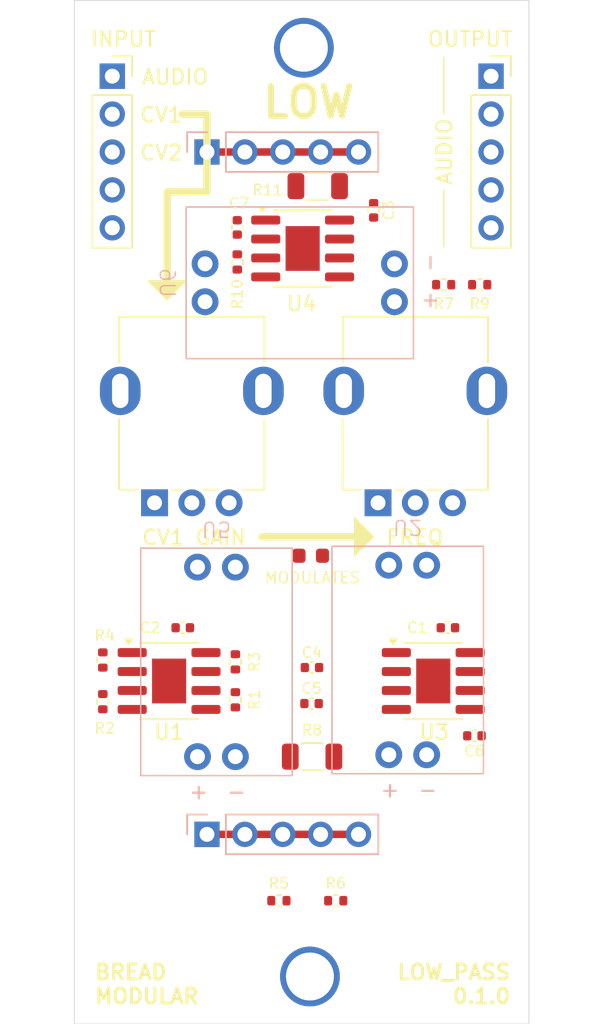
<source format=kicad_pcb>
(kicad_pcb (version 20240108) (generator "pcbnew") (generator_version "8.0")
  (layers (0 "F.Cu" signal) (31 "B.Cu" signal) (34 "B.Paste" user) (35 "F.Paste" user) (36 "B.SilkS" user "B.Silkscreen") (37 "F.SilkS" user "F.Silkscreen") (38 "B.Mask" user) (39 "F.Mask" user) (44 "Edge.Cuts" user))
  (net 0 "")
  (net 1 "GND")
  (net 2 "+5V")
  (net 3 "Net-(C4-Pad1)")
  (net 5 "Net-(U3B--)")
  (net 6 "Net-(U3B-+)")
  (net 8 "+2.5V")
  (net 9 "Net-(U4A-+)")
  (net 10 "Net-(D1-K)")
  (net 11 "Net-(D1-A)")
  (net 12 "CUTOFF_CV_IN")
  (net 13 "AUDIO_IN")
  (net 14 "MOD_CV_IN")
  (net 15 "AUDIO_OUT")
  (net 16 "Net-(R1-Pad1)")
  (net 17 "Net-(U1B--)")
  (net 18 "Net-(U1A--)")
  (net 19 "Net-(R2-Pad1)")
  (net 20 "PROCESSED_MOD_CV")
  (net 21 "Net-(U4B--)")
  (net 22 "Net-(U2-+)")
  (net 23 "Net-(U5-+)")
  (net 24 "Net-(R8-Pad1)")
  (net 27 "Net-(U3A--)")
  (footprint "Resistor_SMD:R_0402_1005Metric" (layer "F.Cu") (at 48.895 87.63 90)
    (property "Reference" "R2" (at -1.778 0.127 180) (layer "F.SilkS") (effects (font (size 0.7 0.7) (thickness 0.1))))
    (property "Value" "100k")
    (fp_line (start -0.153641 -0.38) (end 0.153641 -0.38) (stroke (width 0.12)) (layer "F.SilkS"))
    (fp_line (start -0.153641 0.38) (end 0.153641 0.38) (stroke (width 0.12)) (layer "F.SilkS"))
    (pad "1" smd roundrect (at -0.51 0 90) (size 0.54 0.64) (layers "F.Cu" "F.Paste" "F.Mask") (net 19 "Net-(R2-Pad1)"))
    (pad "2" smd roundrect (at 0.51 0 90) (size 0.54 0.64) (layers "F.Cu" "F.Paste" "F.Mask") (net 18 "Net-(U1A--)"))
  )
  (footprint "Package_SO:SOIC-8-1EP_3.9x4.9mm_P1.27mm_EP2.29x3mm" (layer "F.Cu") (at 62.295 57.265)
    (property "Reference" "U4" (at -0.065 3.695 0) (layer "F.SilkS"))
    (property "Value" "MCP6002-xSN")
    (fp_line (start 0 -2.56) (end -1.95 -2.56) (stroke (width 0.12)) (layer "F.SilkS"))
    (fp_line (start 0 -2.56) (end 1.95 -2.56) (stroke (width 0.12)) (layer "F.SilkS"))
    (fp_line (start 0 2.56) (end -1.95 2.56) (stroke (width 0.12)) (layer "F.SilkS"))
    (fp_line (start 0 2.56) (end 1.95 2.56) (stroke (width 0.12)) (layer "F.SilkS"))
    (fp_poly (pts (xy -2.7 -2.465) (xy -2.94 -2.795) (xy -2.46 -2.795) (xy -2.7 -2.465)) (stroke (width 0.12)) (fill solid) (layer "F.SilkS"))
    (pad "1" smd roundrect (at -2.475 -1.905) (size 1.95 0.6) (layers "F.Cu" "F.Paste" "F.Mask") (net 11 "Net-(D1-A)"))
    (pad "2" smd roundrect (at -2.475 -0.635) (size 1.95 0.6) (layers "F.Cu" "F.Paste" "F.Mask") (net 11 "Net-(D1-A)"))
    (pad "3" smd roundrect (at -2.475 0.635) (size 1.95 0.6) (layers "F.Cu" "F.Paste" "F.Mask") (net 9 "Net-(U4A-+)"))
    (pad "4" smd roundrect (at -2.475 1.905) (size 1.95 0.6) (layers "F.Cu" "F.Paste" "F.Mask") (net 1 "GND"))
    (pad "5" smd roundrect (at 2.475 1.905) (size 1.95 0.6) (layers "F.Cu" "F.Paste" "F.Mask") (net 12 "CUTOFF_CV_IN"))
    (pad "6" smd roundrect (at 2.475 0.635) (size 1.95 0.6) (layers "F.Cu" "F.Paste" "F.Mask") (net 21 "Net-(U4B--)"))
    (pad "7" smd roundrect (at 2.475 -0.635) (size 1.95 0.6) (layers "F.Cu" "F.Paste" "F.Mask") (net 21 "Net-(U4B--)"))
    (pad "8" smd roundrect (at 2.475 -1.905) (size 1.95 0.6) (layers "F.Cu" "F.Paste" "F.Mask") (net 2 "+5V"))
    (pad "9" smd rect (at 0 0) (size 2.29 3) (property pad_prop_heatsink) (layers "F.Cu" "F.Mask"))
  )
  (footprint "Resistor_SMD:R_0402_1005Metric" (layer "F.Cu") (at 57.912 58.168 90)
    (property "Reference" "R10" (at -2.157 0 -90) (layer "F.SilkS") (effects (font (size 0.7 0.7) (thickness 0.1))))
    (property "Value" "100k")
    (fp_line (start -0.153641 -0.38) (end 0.153641 -0.38) (stroke (width 0.12)) (layer "F.SilkS"))
    (fp_line (start -0.153641 0.38) (end 0.153641 0.38) (stroke (width 0.12)) (layer "F.SilkS"))
    (pad "1" smd roundrect (at -0.51 0 90) (size 0.54 0.64) (layers "F.Cu" "F.Paste" "F.Mask") (net 20 "PROCESSED_MOD_CV"))
    (pad "2" smd roundrect (at 0.51 0 90) (size 0.54 0.64) (layers "F.Cu" "F.Paste" "F.Mask") (net 9 "Net-(U4A-+)"))
  )
  (footprint "Connector_PinSocket_2.54mm:PinSocket_1x05_P2.54mm_Vertical" (layer "F.Cu") (at 74.93 45.72)
    (property "Reference" "OUTPUT1")
    (property "Value" "Conn_01x05_Socket")
    (fp_line (start -1.33 1.27) (end -1.33 11.49) (stroke (width 0.12)) (layer "F.SilkS"))
    (fp_line (start -1.33 1.27) (end 1.33 1.27) (stroke (width 0.12)) (layer "F.SilkS"))
    (fp_line (start -1.33 11.49) (end 1.33 11.49) (stroke (width 0.12)) (layer "F.SilkS"))
    (fp_line (start 0 -1.33) (end 1.33 -1.33) (stroke (width 0.12)) (layer "F.SilkS"))
    (fp_line (start 1.33 -1.33) (end 1.33 0) (stroke (width 0.12)) (layer "F.SilkS"))
    (fp_line (start 1.33 1.27) (end 1.33 11.49) (stroke (width 0.12)) (layer "F.SilkS"))
    (pad "1" thru_hole rect (at 0 0) (size 1.7 1.7) (drill 1) (layers "*.Cu" "*.Mask") (net 15 "AUDIO_OUT"))
    (pad "2" thru_hole oval (at 0 2.54) (size 1.7 1.7) (drill 1) (layers "*.Cu" "*.Mask") (net 15 "AUDIO_OUT"))
    (pad "3" thru_hole oval (at 0 5.08) (size 1.7 1.7) (drill 1) (layers "*.Cu" "*.Mask") (net 15 "AUDIO_OUT"))
    (pad "4" thru_hole oval (at 0 7.62) (size 1.7 1.7) (drill 1) (layers "*.Cu" "*.Mask") (net 15 "AUDIO_OUT"))
    (pad "5" thru_hole oval (at 0 10.16) (size 1.7 1.7) (drill 1) (layers "*.Cu" "*.Mask") (net 15 "AUDIO_OUT"))
  )
  (footprint "Resistor_SMD:R_0402_1005Metric" (layer "F.Cu") (at 60.704 100.965)
    (property "Reference" "R5" (at 0 -1.17 0) (layer "F.SilkS") (effects (font (size 0.7 0.7) (thickness 0.1))))
    (property "Value" "1k")
    (fp_line (start -0.153641 -0.38) (end 0.153641 -0.38) (stroke (width 0.12)) (layer "F.SilkS"))
    (fp_line (start -0.153641 0.38) (end 0.153641 0.38) (stroke (width 0.12)) (layer "F.SilkS"))
    (pad "1" smd roundrect (at -0.51 0) (size 0.54 0.64) (layers "F.Cu" "F.Paste" "F.Mask") (net 2 "+5V"))
    (pad "2" smd roundrect (at 0.51 0) (size 0.54 0.64) (layers "F.Cu" "F.Paste" "F.Mask") (net 8 "+2.5V"))
  )
  (footprint "Capacitor_SMD:C_0402_1005Metric" (layer "F.Cu") (at 62.893 87.757)
    (property "Reference" "C5" (at 0 -1.016 0) (layer "F.SilkS") (effects (font (size 0.7 0.7) (thickness 0.1))))
    (property "Value" "1nf")
    (fp_line (start -0.107836 -0.36) (end 0.107836 -0.36) (stroke (width 0.12)) (layer "F.SilkS"))
    (fp_line (start -0.107836 0.36) (end 0.107836 0.36) (stroke (width 0.12)) (layer "F.SilkS"))
    (pad "1" smd roundrect (at -0.48 0) (size 0.56 0.62) (layers "F.Cu" "F.Paste" "F.Mask") (net 3 "Net-(C4-Pad1)"))
    (pad "2" smd roundrect (at 0.48 0) (size 0.56 0.62) (layers "F.Cu" "F.Paste" "F.Mask") (net 5 "Net-(U3B--)"))
  )
  (footprint "Capacitor_SMD:C_0402_1005Metric" (layer "F.Cu") (at 72.037 82.677 180)
    (property "Reference" "C1" (at 2.06 0 0) (layer "F.SilkS") (effects (font (size 0.7 0.7) (thickness 0.1))))
    (property "Value" "0.1uf")
    (fp_line (start -0.107836 0.36) (end 0.107836 0.36) (stroke (width 0.12)) (layer "F.SilkS"))
    (fp_line (start -0.107836 -0.36) (end 0.107836 -0.36) (stroke (width 0.12)) (layer "F.SilkS"))
    (pad "1" smd roundrect (at -0.48 0 180) (size 0.56 0.62) (layers "F.Cu" "F.Paste" "F.Mask") (net 2 "+5V"))
    (pad "2" smd roundrect (at 0.48 0 180) (size 0.56 0.62) (layers "F.Cu" "F.Paste" "F.Mask") (net 1 "GND"))
  )
  (footprint "Resistor_SMD:R_0402_1005Metric" (layer "F.Cu") (at 57.785 87.503 90)
    (property "Reference" "R1" (at 0.002 1.27 90) (layer "F.SilkS") (effects (font (size 0.7 0.7) (thickness 0.1))))
    (property "Value" "100k")
    (fp_line (start -0.153641 -0.38) (end 0.153641 -0.38) (stroke (width 0.12)) (layer "F.SilkS"))
    (fp_line (start -0.153641 0.38) (end 0.153641 0.38) (stroke (width 0.12)) (layer "F.SilkS"))
    (pad "1" smd roundrect (at -0.51 0 90) (size 0.54 0.64) (layers "F.Cu" "F.Paste" "F.Mask") (net 16 "Net-(R1-Pad1)"))
    (pad "2" smd roundrect (at 0.51 0 90) (size 0.54 0.64) (layers "F.Cu" "F.Paste" "F.Mask") (net 17 "Net-(U1B--)"))
  )
  (footprint "Resistor_SMD:R_1206_3216Metric" (layer "F.Cu") (at 63.3075 53.086)
    (property "Reference" "R11" (at -3.3635 0.254 0) (layer "F.SilkS") (effects (font (size 0.7 0.7) (thickness 0.1))))
    (property "Value" "330")
    (fp_line (start -0.727064 -0.91) (end 0.727064 -0.91) (stroke (width 0.12)) (layer "F.SilkS"))
    (fp_line (start -0.727064 0.91) (end 0.727064 0.91) (stroke (width 0.12)) (layer "F.SilkS"))
    (pad "1" smd roundrect (at -1.4625 0) (size 1.125 1.75) (layers "F.Cu" "F.Paste" "F.Mask") (roundrect_rratio 0.222222) (net 10 "Net-(D1-K)"))
    (pad "2" smd roundrect (at 1.4625 0) (size 1.125 1.75) (layers "F.Cu" "F.Paste" "F.Mask") (roundrect_rratio 0.222222) (net 1 "GND"))
  )
  (footprint "Connector_PinSocket_2.54mm:PinSocket_1x05_P2.54mm_Vertical" (layer "F.Cu") (at 49.53 45.72)
    (property "Reference" "INPUT1")
    (property "Value" "Conn_01x05_Socket")
    (fp_line (start -1.33 1.27) (end -1.33 11.49) (stroke (width 0.12)) (layer "F.SilkS"))
    (fp_line (start -1.33 1.27) (end 1.33 1.27) (stroke (width 0.12)) (layer "F.SilkS"))
    (fp_line (start -1.33 11.49) (end 1.33 11.49) (stroke (width 0.12)) (layer "F.SilkS"))
    (fp_line (start 0 -1.33) (end 1.33 -1.33) (stroke (width 0.12)) (layer "F.SilkS"))
    (fp_line (start 1.33 -1.33) (end 1.33 0) (stroke (width 0.12)) (layer "F.SilkS"))
    (fp_line (start 1.33 1.27) (end 1.33 11.49) (stroke (width 0.12)) (layer "F.SilkS"))
    (pad "1" thru_hole rect (at 0 0) (size 1.7 1.7) (drill 1) (layers "*.Cu" "*.Mask") (net 13 "AUDIO_IN"))
    (pad "2" thru_hole oval (at 0 2.54) (size 1.7 1.7) (drill 1) (layers "*.Cu" "*.Mask") (net 14 "MOD_CV_IN"))
    (pad "3" thru_hole oval (at 0 5.08) (size 1.7 1.7) (drill 1) (layers "*.Cu" "*.Mask") (net 12 "CUTOFF_CV_IN"))
    (pad "4" thru_hole oval (at 0 7.62) (size 1.7 1.7) (drill 1) (layers "*.Cu" "*.Mask"))
    (pad "5" thru_hole oval (at 0 10.16) (size 1.7 1.7) (drill 1) (layers "*.Cu" "*.Mask"))
  )
  (footprint "Resistor_SMD:R_0402_1005Metric" (layer "F.Cu") (at 64.514 100.965)
    (property "Reference" "R6" (at 0 -1.17 0) (layer "F.SilkS") (effects (font (size 0.7 0.7) (thickness 0.1))))
    (property "Value" "1k")
    (fp_line (start -0.153641 -0.38) (end 0.153641 -0.38) (stroke (width 0.12)) (layer "F.SilkS"))
    (fp_line (start -0.153641 0.38) (end 0.153641 0.38) (stroke (width 0.12)) (layer "F.SilkS"))
    (pad "1" smd roundrect (at -0.51 0) (size 0.54 0.64) (layers "F.Cu" "F.Paste" "F.Mask") (net 8 "+2.5V"))
    (pad "2" smd roundrect (at 0.51 0) (size 0.54 0.64) (layers "F.Cu" "F.Paste" "F.Mask") (net 1 "GND"))
  )
  (footprint "BreadModular_Pots:Potentiometer_RV09" (layer "F.Cu") (at 67.35 74.305 90)
    (property "Reference" "RV2")
    (property "Value" "1M")
    (fp_line (start 0.88 -2.38) (end 5.6 -2.38) (stroke (width 0.12)) (layer "F.SilkS"))
    (fp_line (start 9.41 -2.37) (end 12.47 -2.37) (stroke (width 0.12)) (layer "F.SilkS"))
    (fp_line (start 0.88 -1.19) (end 0.88 -2.37) (stroke (width 0.12)) (layer "F.SilkS"))
    (fp_line (start 0.88 1.71) (end 0.88 1.18) (stroke (width 0.12)) (layer "F.SilkS"))
    (fp_line (start 0.88 4.16) (end 0.88 3.33) (stroke (width 0.12)) (layer "F.SilkS"))
    (fp_line (start 12.47 7.37) (end 12.47 -2.37) (stroke (width 0.12)) (layer "F.SilkS"))
    (fp_line (start 9.41 7.37) (end 12.47 7.37) (stroke (width 0.12)) (layer "F.SilkS"))
    (fp_line (start 0.88 7.37) (end 0.88 5.88) (stroke (width 0.12)) (layer "F.SilkS"))
    (fp_line (start 0.88 7.37) (end 5.6 7.37) (stroke (width 0.12)) (layer "F.SilkS"))
    (pad "" thru_hole oval (at 7.5 -2.3 180) (size 2.72 3.24) (drill oval 1.1 2.3) (layers "*.Cu" "*.Mask"))
    (pad "" thru_hole oval (at 7.5 7.3 180) (size 2.72 3.24) (drill oval 1.1 2.3) (layers "*.Cu" "*.Mask"))
    (pad "1" thru_hole rect (at 0 0 180) (size 1.8 1.8) (drill 1) (layers "*.Cu" "*.Mask"))
    (pad "2" thru_hole circle (at 0 2.5 180) (size 1.8 1.8) (drill 1) (layers "*.Cu" "*.Mask") (net 20 "PROCESSED_MOD_CV"))
    (pad "3" thru_hole circle (at 0 5 180) (size 1.8 1.8) (drill 1) (layers "*.Cu" "*.Mask") (net 24 "Net-(R8-Pad1)"))
  )
  (footprint "Resistor_SMD:R_0402_1005Metric" (layer "F.Cu") (at 74.168 59.69)
    (property "Reference" "R9" (at 0.002 1.27 0) (layer "F.SilkS") (effects (font (size 0.7 0.7) (thickness 0.1))))
    (property "Value" "1k")
    (fp_line (start -0.153641 -0.38) (end 0.153641 -0.38) (stroke (width 0.12)) (layer "F.SilkS"))
    (fp_line (start -0.153641 0.38) (end 0.153641 0.38) (stroke (width 0.12)) (layer "F.SilkS"))
    (pad "1" smd roundrect (at -0.51 0) (size 0.54 0.64) (layers "F.Cu" "F.Paste" "F.Mask") (net 5 "Net-(U3B--)"))
    (pad "2" smd roundrect (at 0.51 0) (size 0.54 0.64) (layers "F.Cu" "F.Paste" "F.Mask") (net 15 "AUDIO_OUT"))
  )
  (footprint "Package_SO:SOIC-8-1EP_3.9x4.9mm_P1.27mm_EP2.29x3mm" (layer "F.Cu") (at 71.055 86.245)
    (property "Reference" "U3" (at 0.065 3.417 0) (layer "F.SilkS"))
    (property "Value" "MCP6002-xSN")
    (fp_line (start 0 -2.56) (end -1.95 -2.56) (stroke (width 0.12)) (layer "F.SilkS"))
    (fp_line (start 0 -2.56) (end 1.95 -2.56) (stroke (width 0.12)) (layer "F.SilkS"))
    (fp_line (start 0 2.56) (end -1.95 2.56) (stroke (width 0.12)) (layer "F.SilkS"))
    (fp_line (start 0 2.56) (end 1.95 2.56) (stroke (width 0.12)) (layer "F.SilkS"))
    (fp_poly (pts (xy -2.7 -2.465) (xy -2.94 -2.795) (xy -2.46 -2.795) (xy -2.7 -2.465)) (stroke (width 0.12)) (fill solid) (layer "F.SilkS"))
    (pad "1" smd roundrect (at -2.475 -1.905) (size 1.95 0.6) (layers "F.Cu" "F.Paste" "F.Mask") (net 27 "Net-(U3A--)"))
    (pad "2" smd roundrect (at -2.475 -0.635) (size 1.95 0.6) (layers "F.Cu" "F.Paste" "F.Mask") (net 27 "Net-(U3A--)"))
    (pad "3" smd roundrect (at -2.475 0.635) (size 1.95 0.6) (layers "F.Cu" "F.Paste" "F.Mask") (net 13 "AUDIO_IN"))
    (pad "4" smd roundrect (at -2.475 1.905) (size 1.95 0.6) (layers "F.Cu" "F.Paste" "F.Mask") (net 1 "GND"))
    (pad "5" smd roundrect (at 2.475 1.905) (size 1.95 0.6) (layers "F.Cu" "F.Paste" "F.Mask") (net 6 "Net-(U3B-+)"))
    (pad "6" smd roundrect (at 2.475 0.635) (size 1.95 0.6) (layers "F.Cu" "F.Paste" "F.Mask") (net 5 "Net-(U3B--)"))
    (pad "7" smd roundrect (at 2.475 -0.635) (size 1.95 0.6) (layers "F.Cu" "F.Paste" "F.Mask") (net 5 "Net-(U3B--)"))
    (pad "8" smd roundrect (at 2.475 -1.905) (size 1.95 0.6) (layers "F.Cu" "F.Paste" "F.Mask") (net 2 "+5V"))
    (pad "9" smd rect (at 0 0) (size 2.29 3) (property pad_prop_heatsink) (layers "F.Cu" "F.Mask"))
  )
  (footprint "Resistor_SMD:R_0402_1005Metric" (layer "F.Cu") (at 71.753 59.69)
    (property "Reference" "R7" (at 0 1.27 0) (layer "F.SilkS") (effects (font (size 0.7 0.7) (thickness 0.1))))
    (property "Value" "100k")
    (fp_line (start -0.153641 -0.38) (end 0.153641 -0.38) (stroke (width 0.12)) (layer "F.SilkS"))
    (fp_line (start -0.153641 0.38) (end 0.153641 0.38) (stroke (width 0.12)) (layer "F.SilkS"))
    (pad "1" smd roundrect (at -0.51 0) (size 0.54 0.64) (layers "F.Cu" "F.Paste" "F.Mask") (net 21 "Net-(U4B--)"))
    (pad "2" smd roundrect (at 0.51 0) (size 0.54 0.64) (layers "F.Cu" "F.Paste" "F.Mask") (net 22 "Net-(U2-+)"))
  )
  (footprint "Capacitor_SMD:C_0402_1005Metric" (layer "F.Cu") (at 54.257 82.677 180)
    (property "Reference" "C2" (at 2.187 0 0) (layer "F.SilkS") (effects (font (size 0.7 0.7) (thickness 0.1))))
    (property "Value" "0.1uf")
    (fp_line (start -0.107836 0.36) (end 0.107836 0.36) (stroke (width 0.12)) (layer "F.SilkS"))
    (fp_line (start -0.107836 -0.36) (end 0.107836 -0.36) (stroke (width 0.12)) (layer "F.SilkS"))
    (pad "1" smd roundrect (at -0.48 0 180) (size 0.56 0.62) (layers "F.Cu" "F.Paste" "F.Mask") (net 2 "+5V"))
    (pad "2" smd roundrect (at 0.48 0 180) (size 0.56 0.62) (layers "F.Cu" "F.Paste" "F.Mask") (net 1 "GND"))
  )
  (footprint "Resistor_SMD:R_1206_3216Metric" (layer "F.Cu") (at 62.9265 91.313 180)
    (property "Reference" "R8" (at 0 1.778 0) (layer "F.SilkS") (effects (font (size 0.7 0.7) (thickness 0.1))))
    (property "Value" "330")
    (fp_line (start -0.727064 0.91) (end 0.727064 0.91) (stroke (width 0.12)) (layer "F.SilkS"))
    (fp_line (start -0.727064 -0.91) (end 0.727064 -0.91) (stroke (width 0.12)) (layer "F.SilkS"))
    (pad "1" smd roundrect (at -1.4625 0 180) (size 1.125 1.75) (layers "F.Cu" "F.Paste" "F.Mask") (roundrect_rratio 0.222222) (net 24 "Net-(R8-Pad1)"))
    (pad "2" smd roundrect (at 1.4625 0 180) (size 1.125 1.75) (layers "F.Cu" "F.Paste" "F.Mask") (roundrect_rratio 0.222222) (net 23 "Net-(U5-+)"))
  )
  (footprint "LED_SMD:LED_0603_1608Metric" (layer "F.Cu") (at 62.8395 77.851)
    (property "Reference" "D1")
    (property "Value" "LED")
    (pad "1" smd roundrect (at -0.7875 0) (size 0.875 0.95) (layers "F.Cu" "F.Paste" "F.Mask") (net 10 "Net-(D1-K)"))
    (pad "2" smd roundrect (at 0.7875 0) (size 0.875 0.95) (layers "F.Cu" "F.Paste" "F.Mask") (net 11 "Net-(D1-A)"))
  )
  (footprint "Package_SO:SOIC-8-1EP_3.9x4.9mm_P1.27mm_EP2.29x3mm" (layer "F.Cu") (at 53.34 86.245)
    (property "Reference" "U1" (at 0 3.417 0) (layer "F.SilkS"))
    (property "Value" "MCP6002-xSN")
    (fp_line (start 0 -2.56) (end -1.95 -2.56) (stroke (width 0.12)) (layer "F.SilkS"))
    (fp_line (start 0 -2.56) (end 1.95 -2.56) (stroke (width 0.12)) (layer "F.SilkS"))
    (fp_line (start 0 2.56) (end -1.95 2.56) (stroke (width 0.12)) (layer "F.SilkS"))
    (fp_line (start 0 2.56) (end 1.95 2.56) (stroke (width 0.12)) (layer "F.SilkS"))
    (fp_poly (pts (xy -2.7 -2.465) (xy -2.94 -2.795) (xy -2.46 -2.795) (xy -2.7 -2.465)) (stroke (width 0.12)) (fill solid) (layer "F.SilkS"))
    (pad "1" smd roundrect (at -2.475 -1.905) (size 1.95 0.6) (layers "F.Cu" "F.Paste" "F.Mask") (net 16 "Net-(R1-Pad1)"))
    (pad "2" smd roundrect (at -2.475 -0.635) (size 1.95 0.6) (layers "F.Cu" "F.Paste" "F.Mask") (net 18 "Net-(U1A--)"))
    (pad "3" smd roundrect (at -2.475 0.635) (size 1.95 0.6) (layers "F.Cu" "F.Paste" "F.Mask") (net 8 "+2.5V"))
    (pad "4" smd roundrect (at -2.475 1.905) (size 1.95 0.6) (layers "F.Cu" "F.Paste" "F.Mask") (net 1 "GND"))
    (pad "5" smd roundrect (at 2.475 1.905) (size 1.95 0.6) (layers "F.Cu" "F.Paste" "F.Mask") (net 8 "+2.5V"))
    (pad "6" smd roundrect (at 2.475 0.635) (size 1.95 0.6) (layers "F.Cu" "F.Paste" "F.Mask") (net 17 "Net-(U1B--)"))
    (pad "7" smd roundrect (at 2.475 -0.635) (size 1.95 0.6) (layers "F.Cu" "F.Paste" "F.Mask") (net 20 "PROCESSED_MOD_CV"))
    (pad "8" smd roundrect (at 2.475 -1.905) (size 1.95 0.6) (layers "F.Cu" "F.Paste" "F.Mask") (net 2 "+5V"))
    (pad "9" smd rect (at 0 0) (size 2.29 3) (property pad_prop_heatsink) (layers "F.Cu" "F.Mask"))
  )
  (footprint "Capacitor_SMD:C_0402_1005Metric" (layer "F.Cu") (at 67.056 54.709 -90)
    (property "Reference" "C3" (at 0 -1.016 90) (layer "F.SilkS") (effects (font (size 0.7 0.7) (thickness 0.1))))
    (property "Value" "0.1uf")
    (fp_line (start -0.107836 0.36) (end 0.107836 0.36) (stroke (width 0.12)) (layer "F.SilkS"))
    (fp_line (start -0.107836 -0.36) (end 0.107836 -0.36) (stroke (width 0.12)) (layer "F.SilkS"))
    (pad "1" smd roundrect (at -0.48 0 270) (size 0.56 0.62) (layers "F.Cu" "F.Paste" "F.Mask") (net 2 "+5V"))
    (pad "2" smd roundrect (at 0.48 0 270) (size 0.56 0.62) (layers "F.Cu" "F.Paste" "F.Mask") (net 1 "GND"))
  )
  (footprint "Resistor_SMD:R_0402_1005Metric" (layer "F.Cu") (at 57.785 84.963 90)
    (property "Reference" "R3" (at 0.002 1.27 90) (layer "F.SilkS") (effects (font (size 0.7 0.7) (thickness 0.1))))
    (property "Value" "100k")
    (fp_line (start -0.153641 -0.38) (end 0.153641 -0.38) (stroke (width 0.12)) (layer "F.SilkS"))
    (fp_line (start -0.153641 0.38) (end 0.153641 0.38) (stroke (width 0.12)) (layer "F.SilkS"))
    (pad "1" smd roundrect (at -0.51 0 90) (size 0.54 0.64) (layers "F.Cu" "F.Paste" "F.Mask") (net 17 "Net-(U1B--)"))
    (pad "2" smd roundrect (at 0.51 0 90) (size 0.54 0.64) (layers "F.Cu" "F.Paste" "F.Mask") (net 20 "PROCESSED_MOD_CV"))
  )
  (footprint "Capacitor_SMD:C_0402_1005Metric" (layer "F.Cu") (at 73.815 89.916 180)
    (property "Reference" "C6" (at 0 -1.016 0) (layer "F.SilkS") (effects (font (size 0.7 0.7) (thickness 0.1))))
    (property "Value" "1nf")
    (fp_line (start -0.107836 0.36) (end 0.107836 0.36) (stroke (width 0.12)) (layer "F.SilkS"))
    (fp_line (start -0.107836 -0.36) (end 0.107836 -0.36) (stroke (width 0.12)) (layer "F.SilkS"))
    (pad "1" smd roundrect (at -0.48 0 180) (size 0.56 0.62) (layers "F.Cu" "F.Paste" "F.Mask") (net 6 "Net-(U3B-+)"))
    (pad "2" smd roundrect (at 0.48 0 180) (size 0.56 0.62) (layers "F.Cu" "F.Paste" "F.Mask") (net 8 "+2.5V"))
  )
  (footprint "BreadModular_Pots:Potentiometer_RV09" (layer "F.Cu") (at 52.364 74.305 90)
    (property "Reference" "RV1")
    (property "Value" "1M")
    (fp_line (start 0.88 -2.38) (end 5.6 -2.38) (stroke (width 0.12)) (layer "F.SilkS"))
    (fp_line (start 9.41 -2.37) (end 12.47 -2.37) (stroke (width 0.12)) (layer "F.SilkS"))
    (fp_line (start 0.88 -1.19) (end 0.88 -2.37) (stroke (width 0.12)) (layer "F.SilkS"))
    (fp_line (start 0.88 1.71) (end 0.88 1.18) (stroke (width 0.12)) (layer "F.SilkS"))
    (fp_line (start 0.88 4.16) (end 0.88 3.33) (stroke (width 0.12)) (layer "F.SilkS"))
    (fp_line (start 12.47 7.37) (end 12.47 -2.37) (stroke (width 0.12)) (layer "F.SilkS"))
    (fp_line (start 9.41 7.37) (end 12.47 7.37) (stroke (width 0.12)) (layer "F.SilkS"))
    (fp_line (start 0.88 7.37) (end 0.88 5.88) (stroke (width 0.12)) (layer "F.SilkS"))
    (fp_line (start 0.88 7.37) (end 5.6 7.37) (stroke (width 0.12)) (layer "F.SilkS"))
    (pad "" thru_hole oval (at 7.5 -2.3 180) (size 2.72 3.24) (drill oval 1.1 2.3) (layers "*.Cu" "*.Mask"))
    (pad "" thru_hole oval (at 7.5 7.3 180) (size 2.72 3.24) (drill oval 1.1 2.3) (layers "*.Cu" "*.Mask"))
    (pad "1" thru_hole rect (at 0 0 180) (size 1.8 1.8) (drill 1) (layers "*.Cu" "*.Mask"))
    (pad "2" thru_hole circle (at 0 2.5 180) (size 1.8 1.8) (drill 1) (layers "*.Cu" "*.Mask") (net 14 "MOD_CV_IN"))
    (pad "3" thru_hole circle (at 0 5 180) (size 1.8 1.8) (drill 1) (layers "*.Cu" "*.Mask") (net 19 "Net-(R2-Pad1)"))
  )
  (footprint "Resistor_SMD:R_0402_1005Metric" (layer "F.Cu") (at 48.895 84.838 90)
    (property "Reference" "R4" (at 1.653 0.127 180) (layer "F.SilkS") (effects (font (size 0.7 0.7) (thickness 0.1))))
    (property "Value" "200k")
    (fp_line (start -0.153641 -0.38) (end 0.153641 -0.38) (stroke (width 0.12)) (layer "F.SilkS"))
    (fp_line (start -0.153641 0.38) (end 0.153641 0.38) (stroke (width 0.12)) (layer "F.SilkS"))
    (pad "1" smd roundrect (at -0.51 0 90) (size 0.54 0.64) (layers "F.Cu" "F.Paste" "F.Mask") (net 18 "Net-(U1A--)"))
    (pad "2" smd roundrect (at 0.51 0 90) (size 0.54 0.64) (layers "F.Cu" "F.Paste" "F.Mask") (net 16 "Net-(R1-Pad1)"))
  )
  (footprint "Capacitor_SMD:C_0402_1005Metric" (layer "F.Cu") (at 62.921 85.344)
    (property "Reference" "C4" (at 0 -1.016 0) (layer "F.SilkS") (effects (font (size 0.7 0.7) (thickness 0.1))))
    (property "Value" "1nf")
    (fp_line (start -0.107836 -0.36) (end 0.107836 -0.36) (stroke (width 0.12)) (layer "F.SilkS"))
    (fp_line (start -0.107836 0.36) (end 0.107836 0.36) (stroke (width 0.12)) (layer "F.SilkS"))
    (pad "1" smd roundrect (at -0.48 0) (size 0.56 0.62) (layers "F.Cu" "F.Paste" "F.Mask") (net 3 "Net-(C4-Pad1)"))
    (pad "2" smd roundrect (at 0.48 0) (size 0.56 0.62) (layers "F.Cu" "F.Paste" "F.Mask") (net 5 "Net-(U3B--)"))
  )
  (footprint "Capacitor_SMD:C_0402_1005Metric" (layer "F.Cu") (at 57.912 55.852 90)
    (property "Reference" "C7" (at 1.623 0.127 180) (layer "F.SilkS") (effects (font (size 0.7 0.7) (thickness 0.1))))
    (property "Value" "0.1uf")
    (fp_line (start -0.107836 -0.36) (end 0.107836 -0.36) (stroke (width 0.12)) (layer "F.SilkS"))
    (fp_line (start -0.107836 0.36) (end 0.107836 0.36) (stroke (width 0.12)) (layer "F.SilkS"))
    (pad "1" smd roundrect (at -0.48 0 90) (size 0.56 0.62) (layers "F.Cu" "F.Paste" "F.Mask") (net 9 "Net-(U4A-+)"))
    (pad "2" smd roundrect (at 0.48 0 90) (size 0.56 0.62) (layers "F.Cu" "F.Paste" "F.Mask") (net 1 "GND"))
  )
  (footprint "BreadModular_MISC:VTL5C" (layer "B.Cu") (at 69.342 84.836)
    (property "Reference" "U2" (at 0 -8.89 180) (layer "B.SilkS") (effects (font (thickness 0.1)) (justify mirror)))
    (property "Value" "VTL5C")
    (fp_line (start -5.08 -7.62) (end 5.08 -7.62) (stroke (width 0.1)) (layer "B.SilkS"))
    (fp_line (start -5.08 7.62) (end -5.08 -7.62) (stroke (width 0.1)) (layer "B.SilkS"))
    (fp_line (start -2.54 7.62) (end -5.08 7.62) (stroke (width 0.1)) (layer "B.SilkS"))
    (fp_line (start 2.54 7.62) (end -2.54 7.62) (stroke (width 0.1)) (layer "B.SilkS"))
    (fp_line (start 5.08 -7.62) (end 5.08 7.62) (stroke (width 0.1)) (layer "B.SilkS"))
    (fp_line (start 5.08 7.62) (end 2.54 7.62) (stroke (width 0.1)) (layer "B.SilkS"))
    (fp_text user "-" (at 0.635 8.255 180) (layer "B.SilkS") (effects (justify left bottom mirror)))
    (fp_text user "+" (at -1.905 8.255 180) (layer "B.SilkS") (effects (justify left bottom mirror)))
    (pad "1" thru_hole circle (at 1.27 6.35) (size 1.8 1.8) (drill 1) (layers "*.Cu" "*.Mask") (net 1 "GND"))
    (pad "2" thru_hole circle (at -1.27 6.35 270) (size 1.8 1.8) (drill 1) (layers "*.Cu" "*.Mask") (net 22 "Net-(U2-+)"))
    (pad "3" thru_hole circle (at 1.27 -6.35) (size 1.8 1.8) (drill 1) (layers "*.Cu" "*.Mask") (net 24 "Net-(R8-Pad1)"))
    (pad "4" thru_hole circle (at -1.27 -6.35) (size 1.8 1.8) (drill 1) (layers "*.Cu" "*.Mask") (net 20 "PROCESSED_MOD_CV"))
  )
  (footprint "BreadModular_MISC:VTL5C" (layer "B.Cu") (at 62.103 59.563 90)
    (property "Reference" "U6" (at 0 -8.89 -90) (layer "B.SilkS") (effects (font (thickness 0.1)) (justify mirror)))
    (property "Value" "VTL5C")
    (fp_line (start 5.08 -7.62) (end 5.08 7.62) (stroke (width 0.1)) (layer "B.SilkS"))
    (fp_line (start -5.08 -7.62) (end 5.08 -7.62) (stroke (width 0.1)) (layer "B.SilkS"))
    (fp_line (start 5.08 7.62) (end 2.54 7.62) (stroke (width 0.1)) (layer "B.SilkS"))
    (fp_line (start 2.54 7.62) (end -2.54 7.62) (stroke (width 0.1)) (layer "B.SilkS"))
    (fp_line (start -2.54 7.62) (end -5.08 7.62) (stroke (width 0.1)) (layer "B.SilkS"))
    (fp_line (start -5.08 7.62) (end -5.08 -7.62) (stroke (width 0.1)) (layer "B.SilkS"))
    (fp_text user "-" (at 0.635 8.255 -90) (layer "B.SilkS") (effects (justify left bottom mirror)))
    (fp_text user "+" (at -1.905 8.255 -90) (layer "B.SilkS") (effects (justify left bottom mirror)))
    (pad "1" thru_hole circle (at 1.27 6.35 90) (size 1.8 1.8) (drill 1) (layers "*.Cu" "*.Mask") (net 1 "GND"))
    (pad "2" thru_hole circle (at -1.27 6.35) (size 1.8 1.8) (drill 1) (layers "*.Cu" "*.Mask") (net 23 "Net-(U5-+)"))
    (pad "3" thru_hole circle (at 1.27 -6.35 90) (size 1.8 1.8) (drill 1) (layers "*.Cu" "*.Mask") (net 6 "Net-(U3B-+)"))
    (pad "4" thru_hole circle (at -1.27 -6.35 90) (size 1.8 1.8) (drill 1) (layers "*.Cu" "*.Mask") (net 3 "Net-(C4-Pad1)"))
  )
  (footprint "Connector_PinHeader_2.54mm:PinHeader_1x05_P2.54mm_Vertical" (layer "B.Cu") (at 55.88 96.52 -90)
    (property "Reference" "GND1" (hide yes))
    (property "Value" "Conn_01x05_Pin")
    (fp_line (start -1.33 1.33) (end -1.33 0) (stroke (width 0.12)) (layer "B.SilkS"))
    (fp_line (start 0 1.33) (end -1.33 1.33) (stroke (width 0.12)) (layer "B.SilkS"))
    (fp_line (start 1.33 -1.27) (end -1.33 -1.27) (stroke (width 0.12)) (layer "B.SilkS"))
    (fp_line (start -1.33 -11.49) (end -1.33 -1.27) (stroke (width 0.12)) (layer "B.SilkS"))
    (fp_line (start 1.33 -11.49) (end 1.33 -1.27) (stroke (width 0.12)) (layer "B.SilkS"))
    (fp_line (start 1.33 -11.49) (end -1.33 -11.49) (stroke (width 0.12)) (layer "B.SilkS"))
    (pad "1" thru_hole rect (at 0 0 270) (size 1.7 1.7) (drill 1) (layers "*.Cu" "*.Mask") (net 1 "GND"))
    (pad "2" thru_hole oval (at 0 -2.54 270) (size 1.7 1.7) (drill 1) (layers "*.Cu" "*.Mask") (net 1 "GND"))
    (pad "3" thru_hole oval (at 0 -5.08 270) (size 1.7 1.7) (drill 1) (layers "*.Cu" "*.Mask") (net 1 "GND"))
    (pad "4" thru_hole oval (at 0 -7.62 270) (size 1.7 1.7) (drill 1) (layers "*.Cu" "*.Mask") (net 1 "GND"))
    (pad "5" thru_hole oval (at 0 -10.16 270) (size 1.7 1.7) (drill 1) (layers "*.Cu" "*.Mask") (net 1 "GND"))
  )
  (footprint "Connector_PinHeader_2.54mm:PinHeader_1x05_P2.54mm_Vertical" (layer "B.Cu") (at 55.88 50.8 -90)
    (property "Reference" "5V1" (hide yes))
    (property "Value" "Conn_01x05_Pin")
    (fp_line (start -1.33 1.33) (end -1.33 0) (stroke (width 0.12)) (layer "B.SilkS"))
    (fp_line (start 0 1.33) (end -1.33 1.33) (stroke (width 0.12)) (layer "B.SilkS"))
    (fp_line (start 1.33 -1.27) (end -1.33 -1.27) (stroke (width 0.12)) (layer "B.SilkS"))
    (fp_line (start -1.33 -11.49) (end -1.33 -1.27) (stroke (width 0.12)) (layer "B.SilkS"))
    (fp_line (start 1.33 -11.49) (end 1.33 -1.27) (stroke (width 0.12)) (layer "B.SilkS"))
    (fp_line (start 1.33 -11.49) (end -1.33 -11.49) (stroke (width 0.12)) (layer "B.SilkS"))
    (pad "1" thru_hole rect (at 0 0 270) (size 1.7 1.7) (drill 1) (layers "*.Cu" "*.Mask") (net 2 "+5V"))
    (pad "2" thru_hole oval (at 0 -2.54 270) (size 1.7 1.7) (drill 1) (layers "*.Cu" "*.Mask") (net 2 "+5V"))
    (pad "3" thru_hole oval (at 0 -5.08 270) (size 1.7 1.7) (drill 1) (layers "*.Cu" "*.Mask") (net 2 "+5V"))
    (pad "4" thru_hole oval (at 0 -7.62 270) (size 1.7 1.7) (drill 1) (layers "*.Cu" "*.Mask") (net 2 "+5V"))
    (pad "5" thru_hole oval (at 0 -10.16 270) (size 1.7 1.7) (drill 1) (layers "*.Cu" "*.Mask") (net 2 "+5V"))
  )
  (footprint "BreadModular_MISC:VTL5C" (layer "B.Cu") (at 56.515 84.963)
    (property "Reference" "U5" (at 0 -8.89 180) (layer "B.SilkS") (effects (font (thickness 0.1)) (justify mirror)))
    (property "Value" "VTL5C")
    (fp_line (start -5.08 -7.62) (end 5.08 -7.62) (stroke (width 0.1)) (layer "B.SilkS"))
    (fp_line (start -5.08 7.62) (end -5.08 -7.62) (stroke (width 0.1)) (layer "B.SilkS"))
    (fp_line (start -2.54 7.62) (end -5.08 7.62) (stroke (width 0.1)) (layer "B.SilkS"))
    (fp_line (start 2.54 7.62) (end -2.54 7.62) (stroke (width 0.1)) (layer "B.SilkS"))
    (fp_line (start 5.08 -7.62) (end 5.08 7.62) (stroke (width 0.1)) (layer "B.SilkS"))
    (fp_line (start 5.08 7.62) (end 2.54 7.62) (stroke (width 0.1)) (layer "B.SilkS"))
    (fp_text user "+" (at -1.905 8.255 180) (layer "B.SilkS") (effects (justify left bottom mirror)))
    (fp_text user "-" (at 0.635 8.255 180) (layer "B.SilkS") (effects (justify left bottom mirror)))
    (pad "1" thru_hole circle (at 1.27 6.35) (size 1.8 1.8) (drill 1) (layers "*.Cu" "*.Mask") (net 1 "GND"))
    (pad "2" thru_hole circle (at -1.27 6.35 270) (size 1.8 1.8) (drill 1) (layers "*.Cu" "*.Mask") (net 23 "Net-(U5-+)"))
    (pad "3" thru_hole circle (at 1.27 -6.35) (size 1.8 1.8) (drill 1) (layers "*.Cu" "*.Mask") (net 3 "Net-(C4-Pad1)"))
    (pad "4" thru_hole circle (at -1.27 -6.35) (size 1.8 1.8) (drill 1) (layers "*.Cu" "*.Mask") (net 27 "Net-(U3A--)"))
  )
  (gr_line (start 71.755 44.45) (end 71.755 48.26) (stroke (width 0.1)) (layer "F.SilkS"))
  (gr_poly (pts (xy 67.056 76.581) (xy 65.786 77.851) (xy 65.786 75.311)) (stroke (width 0.1)) (fill solid) (layer "F.SilkS"))
  (gr_line (start 71.755 53.34) (end 71.755 57.15) (stroke (width 0.1)) (layer "F.SilkS"))
  (gr_poly (pts (xy 53.213 60.706) (xy 51.943 59.436) (xy 54.483 59.436)) (stroke (width 0.1)) (fill solid) (layer "F.SilkS"))
  (gr_line (start 55.88 48.26) (end 55.88 53.467) (stroke (width 0.5)) (layer "F.SilkS"))
  (gr_line (start 59.563 76.581) (end 66.294 76.581) (stroke (width 0.5)) (layer "F.SilkS"))
  (gr_line (start 55.88 53.467) (end 53.213 53.467) (stroke (width 0.5)) (layer "F.SilkS"))
  (gr_poly (pts (xy 67.056 76.581) (xy 66.421 75.946) (xy 66.421 77.216)) (stroke (width 0.1)) (fill solid) (layer "F.SilkS"))
  (gr_line (start 53.213 53.467) (end 53.213 60.071) (stroke (width 0.5)) (layer "F.SilkS"))
  (gr_line (start 55.88 48.26) (end 54.229 48.26) (stroke (width 0.5)) (layer "F.SilkS"))
  (gr_line (start 46.99 109.22) (end 77.47 109.22) (stroke (width 0.05)) (layer "Edge.Cuts"))
  (gr_line (start 77.47 40.64) (end 46.99 40.64) (stroke (width 0.05)) (layer "Edge.Cuts"))
  (gr_line (start 46.99 40.64) (end 46.99 109.22) (stroke (width 0.05)) (layer "Edge.Cuts"))
  (gr_line (start 77.47 109.22) (end 77.47 40.64) (stroke (width 0.05)) (layer "Edge.Cuts"))
  (gr_text "AUDIO" (at 72.39 53.086 90) (layer "F.SilkS") (effects (font (size 1 1)) (justify left bottom)))
  (gr_text "INPUT" (at 48.006 43.815 0) (layer "F.SilkS") (effects (font (size 1 1)) (justify left bottom)))
  (gr_text "FREQ" (at 67.818 77.216 0) (layer "F.SilkS") (effects (font (size 1 1)) (justify left bottom)))
  (gr_text "LOW_PASS\n0.1.0" (at 76.327 107.95 0) (layer "F.SilkS") (effects (font (size 1 1) (thickness 0.2) (bold yes)) (justify right bottom)))
  (gr_text "CV1 GAIN" (at 51.435 77.216 0) (layer "F.SilkS") (effects (font (size 1 1)) (justify left bottom)))
  (gr_text "AUDIO" (at 51.435 46.355 0) (layer "F.SilkS") (effects (font (size 1 1)) (justify left bottom)))
  (gr_text "LOW" (at 59.436 48.641 0) (layer "F.SilkS") (effects (font (size 2 2) (thickness 0.4) (bold yes)) (justify left bottom)))
  (gr_text "CV2" (at 51.308 51.435 0) (layer "F.SilkS") (effects (font (size 1 1)) (justify left bottom)))
  (gr_text "OUTPUT" (at 76.454 43.815 0) (layer "F.SilkS") (effects (font (size 1 1)) (justify right bottom)))
  (gr_text "MODULATES" (at 59.69 79.756 0) (layer "F.SilkS") (effects (font (size 0.75 0.75) (thickness 0.1)) (justify left bottom)))
  (gr_text "CV1" (at 51.308 48.895 0) (layer "F.SilkS") (effects (font (size 1 1)) (justify left bottom)))
  (gr_text "BREAD\nMODULAR" (at 48.26 107.95 0) (layer "F.SilkS") (effects (font (size 1 1) (thickness 0.2) (bold yes)) (justify left bottom)))
  (via (at 62.37758 43.815) (size 4) (drill 3.2) (layers "F.Cu" "B.Cu") (net 0))
  (via (at 62.784908 106.045) (size 4) (drill 3.2) (layers "F.Cu" "B.Cu") (net 0))
  (via (at 62.37758 43.815) (size 4) (drill 3.2) (layers "F.Cu" "B.Cu") (net 0))
  (via (at 62.784908 106.045) (size 4) (drill 3.2) (layers "F.Cu" "B.Cu") (net 0))
  (via (at 62.784908 106.045) (size 4) (drill 3.2) (layers "F.Cu" "B.Cu") (net 0))
  (via (at 62.784908 106.045) (size 4) (drill 3.2) (layers "F.Cu" "B.Cu") (net 0))
  (via (at 62.37758 43.815) (size 4) (drill 3.2) (layers "F.Cu" "B.Cu") (net 0))
  (via (at 62.37758 43.815) (size 4) (drill 3.2) (layers "F.Cu" "B.Cu") (net 0))
  (segment (start 55.88 96.52) (end 66.04 96.52) (width 0.5) (layer "F.Cu") (net 1))
  (segment (start 55.88 50.8) (end 66.04 50.8) (width 0.5) (layer "F.Cu") (net 2))
)
</source>
